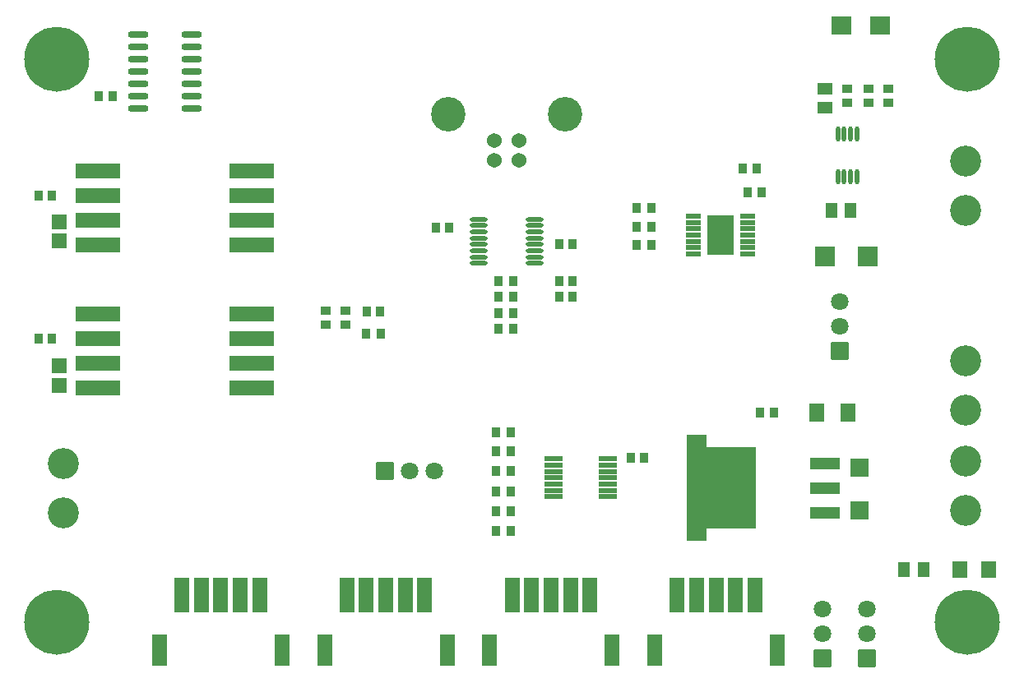
<source format=gts>
G04 Layer: TopSolderMaskLayer*
G04 EasyEDA v6.5.46, 2024-09-04 15:34:20*
G04 d73e3e6912d945eb9b412824c50a840e,79071ce94af74c669a867ceed4e6d4b3,10*
G04 Gerber Generator version 0.2*
G04 Scale: 100 percent, Rotated: No, Reflected: No *
G04 Dimensions in millimeters *
G04 leading zeros omitted , absolute positions ,4 integer and 5 decimal *
%FSLAX45Y45*%
%MOMM*%

%AMMACRO1*4,1,8,-0.8707,-0.9,-0.9,-0.8707,-0.9,0.8707,-0.8707,0.9,0.8707,0.9,0.9,0.8707,0.9,-0.8707,0.8707,-0.9,-0.8707,-0.9,0*%
%AMMACRO2*4,1,8,-0.4711,-0.4508,-0.5008,-0.421,-0.5008,0.4211,-0.4711,0.4508,0.471,0.4508,0.5008,0.4211,0.5008,-0.421,0.471,-0.4508,-0.4711,-0.4508,0*%
%AMMACRO3*4,1,8,-0.4211,-0.5008,-0.4508,-0.471,-0.4508,0.4711,-0.4211,0.5008,0.421,0.5008,0.4508,0.4711,0.4508,-0.471,0.421,-0.5008,-0.4211,-0.5008,0*%
%AMMACRO4*4,1,8,-1.0211,-0.9508,-1.0508,-0.921,-1.0508,0.9211,-1.0211,0.9508,1.021,0.9508,1.0508,0.9211,1.0508,-0.921,1.021,-0.9508,-1.0211,-0.9508,0*%
%AMMACRO5*4,1,8,-1.0211,-1.0508,-1.0508,-1.021,-1.0508,1.0211,-1.0211,1.0508,1.021,1.0508,1.0508,1.0211,1.0508,-1.021,1.021,-1.0508,-1.0211,-1.0508,0*%
%AMMACRO6*4,1,8,-0.771,-1.7508,-0.8007,-1.7211,-0.8007,1.7211,-0.771,1.7508,0.771,1.7508,0.8007,1.7211,0.8007,-1.7211,0.771,-1.7508,-0.771,-1.7508,0*%
%AMMACRO7*4,1,8,-0.7211,-1.6008,-0.7508,-1.5711,-0.7508,1.5711,-0.7211,1.6008,0.7211,1.6008,0.7508,1.5711,0.7508,-1.5711,0.7211,-1.6008,-0.7211,-1.6008,0*%
%AMMACRO8*4,1,8,-0.4211,-0.4828,-0.4508,-0.453,-0.4508,0.4531,-0.4211,0.4828,0.421,0.4828,0.4508,0.4531,0.4508,-0.453,0.421,-0.4828,-0.4211,-0.4828,0*%
%AMMACRO9*4,1,8,-0.4243,-0.4828,-0.454,-0.453,-0.454,0.4531,-0.4243,0.4828,0.4243,0.4828,0.454,0.4531,0.454,-0.453,0.4243,-0.4828,-0.4243,-0.4828,0*%
%AMMACRO10*4,1,8,-0.8711,-0.2508,-0.9008,-0.221,-0.9008,0.2211,-0.8711,0.2508,0.871,0.2508,0.9008,0.2211,0.9008,-0.221,0.871,-0.2508,-0.8711,-0.2508,0*%
%AMMACRO11*4,1,8,-2.2311,-0.762,-2.2608,-0.7322,-2.2608,0.7323,-2.2311,0.762,2.231,0.762,2.2608,0.7323,2.2608,-0.7322,2.231,-0.762,-2.2311,-0.762,0*%
%AMMACRO12*4,1,8,-0.7211,-0.2508,-0.7508,-0.221,-0.7508,0.2211,-0.7211,0.2508,0.721,0.2508,0.7508,0.2211,0.7508,-0.221,0.721,-0.2508,-0.7211,-0.2508,0*%
%AMMACRO13*4,1,8,-1.3461,-2.0508,-1.3758,-2.021,-1.3758,2.0211,-1.3461,2.0508,1.346,2.0508,1.3758,2.0211,1.3758,-2.021,1.346,-2.0508,-1.3461,-2.0508,0*%
%AMMACRO14*4,1,8,-0.5873,-0.7393,-0.6171,-0.7095,-0.6171,0.7095,-0.5873,0.7393,0.5873,0.7393,0.6171,0.7095,0.6171,-0.7095,0.5873,-0.7393,-0.5873,-0.7393,0*%
%AMMACRO15*4,1,8,-1.5207,-0.585,-1.55,-0.5557,-1.55,0.5557,-1.5207,0.585,1.5207,0.585,1.55,0.5557,1.55,-0.5557,1.5207,-0.585,-1.5207,-0.585,0*%
%AMMACRO16*4,1,8,-0.7635,-0.9148,-0.7933,-0.885,-0.7933,0.8851,-0.7635,0.9148,0.7635,0.9148,0.7933,0.8851,0.7933,-0.885,0.7635,-0.9148,-0.7635,-0.9148,0*%
%AMMACRO17*4,1,8,-0.4111,-0.5458,-0.4408,-0.5161,-0.4408,0.5161,-0.4111,0.5458,0.411,0.5458,0.4408,0.5161,0.4408,-0.5161,0.411,-0.5458,-0.4111,-0.5458,0*%
%AMMACRO18*4,1,8,-0.6961,-0.7558,-0.7258,-0.726,-0.7258,0.7261,-0.6961,0.7558,0.696,0.7558,0.7258,0.7261,0.7258,-0.726,0.696,-0.7558,-0.6961,-0.7558,0*%
%AMMACRO19*4,1,8,-0.8711,-0.9508,-0.9008,-0.921,-0.9008,0.9211,-0.8711,0.9508,0.871,0.9508,0.9008,0.9211,0.9008,-0.921,0.871,-0.9508,-0.8711,-0.9508,0*%
%AMMACRO20*4,1,8,-0.7635,-0.8608,-0.7933,-0.831,-0.7933,0.8311,-0.7635,0.8608,0.7635,0.8608,0.7933,0.8311,0.7933,-0.831,0.7635,-0.8608,-0.7635,-0.8608,0*%
%AMMACRO21*4,1,8,-0.7095,-0.6171,-0.7393,-0.5873,-0.7393,0.5873,-0.7095,0.6171,0.7095,0.6171,0.7393,0.5873,0.7393,-0.5873,0.7095,-0.6171,-0.7095,-0.6171,0*%
%ADD10MACRO1*%
%ADD11C,1.8000*%
%ADD12MACRO2*%
%ADD13MACRO3*%
%ADD14MACRO4*%
%ADD15MACRO5*%
%ADD16MACRO6*%
%ADD17MACRO7*%
%ADD18C,1.5326*%
%ADD19C,3.5517*%
%ADD20C,3.2032*%
%ADD21MACRO8*%
%ADD22MACRO9*%
%ADD23O,1.8330926000000003X0.4446016*%
%ADD24O,2.1395944X0.6755891999999999*%
%ADD25MACRO10*%
%ADD26MACRO11*%
%ADD27MACRO12*%
%ADD28MACRO13*%
%ADD29MACRO14*%
%ADD30O,0.4816094X1.5516098000000003*%
%ADD31MACRO15*%
%ADD32MACRO16*%
%ADD33MACRO17*%
%ADD34MACRO18*%
%ADD35MACRO19*%
%ADD36MACRO20*%
%ADD37MACRO21*%
%ADD38C,6.7032*%
%ADD39C,0.0196*%

%LPD*%
D10*
G01*
X3987800Y2159000D03*
D11*
G01*
X4241800Y2159000D03*
G01*
X4495800Y2159000D03*
D12*
G01*
X3581400Y3663800D03*
G01*
X3581400Y3803799D03*
G01*
X3378200Y3803799D03*
G01*
X3378200Y3663800D03*
D13*
G01*
X5784700Y4495800D03*
G01*
X5924699Y4495800D03*
G01*
X4654699Y4660900D03*
G01*
X4514700Y4660900D03*
G01*
X6521300Y2288895D03*
G01*
X6661299Y2288895D03*
G01*
X1187599Y6019800D03*
G01*
X1047600Y6019800D03*
G01*
X565299Y4991100D03*
G01*
X425300Y4991100D03*
G01*
X565299Y3517900D03*
G01*
X425300Y3517900D03*
G01*
X7676997Y5267596D03*
G01*
X7816997Y5267596D03*
D12*
G01*
X9169400Y5952695D03*
G01*
X9169400Y6092695D03*
G01*
X8966200Y6092695D03*
G01*
X8966200Y5952695D03*
D13*
G01*
X7867799Y5029200D03*
G01*
X7727800Y5029200D03*
D14*
G01*
X8690002Y6743702D03*
G01*
X9090002Y6743702D03*
D15*
G01*
X8957599Y4368800D03*
G01*
X8517600Y4368800D03*
D16*
G01*
X3599992Y878789D03*
G01*
X3799992Y878789D03*
G01*
X3999992Y878789D03*
G01*
X4199991Y878789D03*
G01*
X4399991Y878789D03*
D17*
G01*
X3369995Y313791D03*
G01*
X4629988Y313791D03*
D16*
G01*
X5299989Y878789D03*
G01*
X5499988Y878789D03*
G01*
X5699988Y878789D03*
G01*
X5899988Y878789D03*
G01*
X6099987Y878789D03*
D17*
G01*
X5069992Y313791D03*
G01*
X6329984Y313791D03*
D16*
G01*
X6999986Y878789D03*
G01*
X7199985Y878789D03*
G01*
X7399985Y878789D03*
G01*
X7599984Y878789D03*
G01*
X7799984Y878789D03*
D17*
G01*
X6769988Y313791D03*
G01*
X8029981Y313791D03*
D16*
G01*
X1899998Y878789D03*
G01*
X2099997Y878789D03*
G01*
X2299997Y878789D03*
G01*
X2499997Y878789D03*
G01*
X2699995Y878789D03*
D17*
G01*
X1670001Y313791D03*
G01*
X2929992Y313791D03*
D18*
G01*
X5118100Y5359400D03*
G01*
X5368086Y5359400D03*
G01*
X5368086Y5559399D03*
G01*
X5118100Y5559399D03*
D19*
G01*
X4641113Y5830392D03*
G01*
X5845098Y5830392D03*
D20*
G01*
X9969500Y4838700D03*
G01*
X9969500Y5346700D03*
D10*
G01*
X8674100Y3390900D03*
D11*
G01*
X8674100Y3644900D03*
G01*
X8674100Y3898900D03*
D10*
G01*
X8953500Y228600D03*
D11*
G01*
X8953500Y482600D03*
G01*
X8953500Y736600D03*
D21*
G01*
X3803500Y3797300D03*
G01*
X3943499Y3797300D03*
D22*
G01*
X3798175Y3568700D03*
G01*
X3948824Y3568700D03*
G01*
X5157075Y3784600D03*
G01*
X5307724Y3784600D03*
G01*
X5307724Y3619500D03*
G01*
X5157075Y3619500D03*
D23*
G01*
X5531688Y4293692D03*
G01*
X5531688Y4358690D03*
G01*
X5531688Y4423689D03*
G01*
X5531688Y4488687D03*
G01*
X5531688Y4553686D03*
G01*
X5531688Y4618710D03*
G01*
X5531688Y4683709D03*
G01*
X5531688Y4748707D03*
G01*
X4958537Y4293692D03*
G01*
X4958537Y4358690D03*
G01*
X4958537Y4423689D03*
G01*
X4958537Y4488687D03*
G01*
X4958537Y4553686D03*
G01*
X4958537Y4618710D03*
G01*
X4958537Y4683709D03*
G01*
X4958537Y4748707D03*
D24*
G01*
X1450289Y6654800D03*
G01*
X1450289Y6527800D03*
G01*
X1450289Y6400800D03*
G01*
X1450289Y6273800D03*
G01*
X1450289Y6146800D03*
G01*
X1450289Y6019800D03*
G01*
X1450289Y5892800D03*
G01*
X2004110Y6654800D03*
G01*
X2004110Y6527800D03*
G01*
X2004110Y6400800D03*
G01*
X2004110Y6273800D03*
G01*
X2004110Y6146800D03*
G01*
X2004110Y6019800D03*
G01*
X2004110Y5892800D03*
D25*
G01*
X5727090Y2280691D03*
G01*
X5727090Y2215692D03*
G01*
X5727090Y2150694D03*
G01*
X5727090Y2085695D03*
G01*
X5727090Y2020696D03*
G01*
X5727090Y1955698D03*
G01*
X5727090Y1890699D03*
G01*
X6287109Y1890699D03*
G01*
X6287109Y1955698D03*
G01*
X6287109Y2020696D03*
G01*
X6287109Y2085695D03*
G01*
X6287109Y2150694D03*
G01*
X6287109Y2215692D03*
G01*
X6287109Y2280691D03*
D26*
G01*
X1037793Y5245100D03*
G01*
X1037793Y4991100D03*
G01*
X1037793Y4737100D03*
G01*
X1037793Y4483100D03*
G01*
X2619806Y4483100D03*
G01*
X2619806Y4737100D03*
G01*
X2619806Y4991100D03*
G01*
X2619806Y5245100D03*
G01*
X1037793Y3771900D03*
G01*
X1037793Y3517900D03*
G01*
X1037793Y3263900D03*
G01*
X1037793Y3009900D03*
G01*
X2619806Y3009900D03*
G01*
X2619806Y3263900D03*
G01*
X2619806Y3517900D03*
G01*
X2619806Y3771900D03*
D27*
G01*
X7162190Y4779695D03*
G01*
X7162190Y4714697D03*
G01*
X7162190Y4649698D03*
G01*
X7162190Y4584700D03*
G01*
X7162190Y4519701D03*
G01*
X7162190Y4454702D03*
G01*
X7162190Y4389704D03*
G01*
X7722209Y4389704D03*
G01*
X7722209Y4454702D03*
G01*
X7722209Y4519701D03*
G01*
X7722209Y4584700D03*
G01*
X7722209Y4649698D03*
G01*
X7722209Y4714697D03*
G01*
X7722209Y4779695D03*
D28*
G01*
X7442200Y4584700D03*
D20*
G01*
X9969500Y1752600D03*
G01*
X9969500Y2260600D03*
G01*
X9969500Y2781300D03*
G01*
X9969500Y3289300D03*
D22*
G01*
X5131675Y2552700D03*
G01*
X5282324Y2552700D03*
G01*
X5131675Y2362200D03*
G01*
X5282324Y2362200D03*
G01*
X5131675Y2159000D03*
G01*
X5282324Y2159000D03*
G01*
X5131675Y1943100D03*
G01*
X5282324Y1943100D03*
G01*
X5131675Y1739900D03*
G01*
X5282324Y1739900D03*
G01*
X5282324Y1536700D03*
G01*
X5131675Y1536700D03*
G01*
X6579475Y4673600D03*
G01*
X6730124Y4673600D03*
G01*
X6730124Y4483100D03*
G01*
X6579475Y4483100D03*
D29*
G01*
X8586795Y4838700D03*
G01*
X8786804Y4838700D03*
D12*
G01*
X8750300Y6089799D03*
G01*
X8750300Y5949800D03*
D20*
G01*
X676198Y2235200D03*
G01*
X676198Y1727200D03*
D10*
G01*
X8496300Y228600D03*
D11*
G01*
X8496300Y482600D03*
G01*
X8496300Y736600D03*
D30*
G01*
X8652789Y5190210D03*
G01*
X8717813Y5190210D03*
G01*
X8782811Y5190210D03*
G01*
X8847810Y5190210D03*
G01*
X8652789Y5630189D03*
G01*
X8717813Y5630189D03*
G01*
X8782811Y5630189D03*
G01*
X8847810Y5630189D03*
G36*
X7105053Y1436202D02*
G01*
X7104562Y1436225D01*
X7104077Y1436298D01*
X7103600Y1436418D01*
X7103137Y1436583D01*
X7102695Y1436791D01*
X7102274Y1437045D01*
X7101880Y1437337D01*
X7101517Y1437667D01*
X7101187Y1438031D01*
X7100895Y1438424D01*
X7100641Y1438846D01*
X7100432Y1439288D01*
X7100267Y1439750D01*
X7100148Y1440228D01*
X7100074Y1440713D01*
X7100051Y1441203D01*
X7100051Y2521201D01*
X7100074Y2521691D01*
X7100148Y2522176D01*
X7100267Y2522654D01*
X7100432Y2523116D01*
X7100641Y2523558D01*
X7100895Y2523980D01*
X7101187Y2524373D01*
X7101517Y2524737D01*
X7101880Y2525067D01*
X7102274Y2525359D01*
X7102695Y2525613D01*
X7103137Y2525821D01*
X7103600Y2525986D01*
X7104077Y2526106D01*
X7104562Y2526179D01*
X7105053Y2526202D01*
X7296050Y2526202D01*
X7296541Y2526179D01*
X7297026Y2526106D01*
X7297503Y2525986D01*
X7297966Y2525821D01*
X7298408Y2525613D01*
X7298829Y2525359D01*
X7299223Y2525067D01*
X7299586Y2524737D01*
X7299916Y2524373D01*
X7300208Y2523980D01*
X7300462Y2523558D01*
X7300671Y2523116D01*
X7300836Y2522654D01*
X7300955Y2522176D01*
X7301029Y2521691D01*
X7301052Y2521201D01*
X7301052Y2402204D01*
X7804050Y2402204D01*
X7804541Y2402182D01*
X7805026Y2402108D01*
X7805503Y2401989D01*
X7805966Y2401823D01*
X7806408Y2401615D01*
X7806829Y2401361D01*
X7807223Y2401069D01*
X7807586Y2400739D01*
X7807916Y2400376D01*
X7808208Y2399982D01*
X7808462Y2399560D01*
X7808671Y2399118D01*
X7808836Y2398656D01*
X7808955Y2398179D01*
X7809029Y2397693D01*
X7809052Y2397203D01*
X7809052Y1565201D01*
X7809029Y1564711D01*
X7808955Y1564225D01*
X7808836Y1563748D01*
X7808671Y1563286D01*
X7808462Y1562844D01*
X7808208Y1562422D01*
X7807916Y1562028D01*
X7807586Y1561665D01*
X7807223Y1561335D01*
X7806829Y1561043D01*
X7806408Y1560789D01*
X7805966Y1560581D01*
X7805503Y1560415D01*
X7805026Y1560296D01*
X7804541Y1560222D01*
X7804050Y1560200D01*
X7301052Y1560200D01*
X7301052Y1441203D01*
X7301029Y1440713D01*
X7300955Y1440228D01*
X7300836Y1439750D01*
X7300671Y1439288D01*
X7300462Y1438846D01*
X7300208Y1438424D01*
X7299916Y1438031D01*
X7299586Y1437667D01*
X7299223Y1437337D01*
X7298829Y1437045D01*
X7298408Y1436791D01*
X7297966Y1436583D01*
X7297503Y1436418D01*
X7297026Y1436298D01*
X7296541Y1436225D01*
X7296050Y1436202D01*
G37*
D31*
G01*
X8522053Y2235205D03*
G01*
X8522053Y1981205D03*
G01*
X8522053Y1727205D03*
D32*
G01*
X8438649Y2755900D03*
G01*
X8757150Y2755900D03*
D13*
G01*
X7854800Y2755900D03*
G01*
X7994799Y2755900D03*
D33*
G01*
X5784697Y4114800D03*
G01*
X5924702Y4114800D03*
D34*
G01*
X635000Y4522797D03*
G01*
X635000Y4722802D03*
G01*
X635000Y3036897D03*
G01*
X635000Y3236902D03*
D35*
G01*
X8877300Y2187746D03*
G01*
X8877300Y1749253D03*
D36*
G01*
X10207652Y1142997D03*
G01*
X9909152Y1142997D03*
D29*
G01*
X9536104Y1143000D03*
G01*
X9336095Y1143000D03*
D22*
G01*
X6730124Y4864100D03*
G01*
X6579475Y4864100D03*
D33*
G01*
X5784697Y3949700D03*
G01*
X5924702Y3949700D03*
D22*
G01*
X5307724Y4114800D03*
G01*
X5157075Y4114800D03*
G01*
X5157075Y3949700D03*
G01*
X5307724Y3949700D03*
D37*
G01*
X8521700Y5894395D03*
G01*
X8521700Y6094404D03*
D38*
G01*
X614502Y6399987D03*
G01*
X614502Y599998D03*
G01*
X9984993Y6399987D03*
G01*
X9984993Y599998D03*
M02*

</source>
